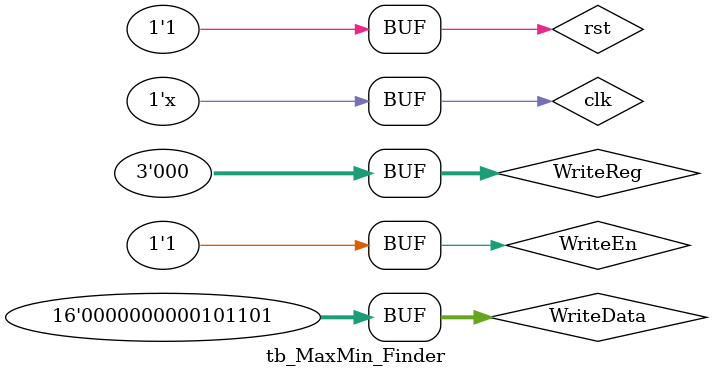
<source format=v>
`timescale 1ns / 1ps


module tb_MaxMin_Finder();

reg[2:0] WriteReg;
reg[15:0] WriteData;
reg WriteEn, clk, rst;
wire[15:0] Max, Min;
wire start;
wire valid;

always #5 clk = ~clk;
initial begin
rst = 0;
clk = 0;
WriteData = 45;
WriteEn = 0;
WriteReg = 0;
#10 rst = 1;
#5 WriteEn = 1;

end

MaxMin_Finder finder(WriteReg, WriteEn, WriteData, Max, Min, start, clk, rst, valid);

endmodule

</source>
